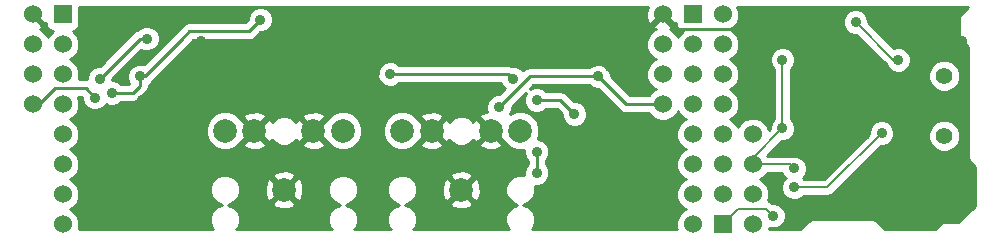
<source format=gbl>
G04 (created by PCBNEW (2013-07-07 BZR 4022)-stable) date 01/09/2014 21:36:03*
%MOIN*%
G04 Gerber Fmt 3.4, Leading zero omitted, Abs format*
%FSLAX34Y34*%
G01*
G70*
G90*
G04 APERTURE LIST*
%ADD10C,0.00590551*%
%ADD11R,0.06X0.06*%
%ADD12C,0.06*%
%ADD13C,0.0787402*%
%ADD14C,0.056*%
%ADD15C,0.035*%
%ADD16C,0.01*%
%ADD17C,0.008*%
G04 APERTURE END LIST*
G54D10*
G54D11*
X80400Y-38875D03*
G54D12*
X80400Y-44875D03*
X80400Y-39875D03*
X80400Y-45875D03*
X80400Y-40875D03*
X80400Y-41875D03*
X80400Y-42875D03*
X80400Y-43875D03*
X79400Y-41875D03*
X79400Y-40875D03*
X79400Y-39875D03*
X79400Y-38875D03*
G54D11*
X81400Y-45875D03*
G54D12*
X81400Y-39875D03*
X81400Y-44875D03*
X81400Y-38875D03*
X81400Y-43875D03*
X81400Y-42875D03*
X81400Y-41875D03*
X81400Y-40875D03*
X82400Y-42875D03*
X82400Y-43875D03*
X82400Y-44875D03*
X82400Y-45875D03*
G54D11*
X59400Y-38875D03*
G54D12*
X59400Y-44875D03*
X59400Y-39875D03*
X59400Y-45875D03*
X59400Y-40875D03*
X59400Y-41875D03*
X59400Y-42875D03*
X59400Y-43875D03*
X58400Y-41875D03*
X58400Y-40875D03*
X58400Y-39875D03*
X58400Y-38875D03*
G54D13*
X73661Y-42755D03*
X71692Y-42755D03*
X74645Y-42755D03*
X70708Y-42755D03*
X72677Y-44724D03*
X67755Y-42755D03*
X65787Y-42755D03*
X68740Y-42755D03*
X64803Y-42755D03*
X66771Y-44724D03*
G54D14*
X88779Y-42929D03*
X88779Y-40929D03*
G54D15*
X62204Y-39685D03*
X60629Y-41023D03*
X87244Y-40393D03*
X85826Y-39133D03*
X83385Y-40393D03*
X83385Y-42677D03*
X83779Y-44015D03*
X65984Y-39055D03*
X61023Y-41496D03*
X60472Y-41653D03*
X61968Y-40944D03*
X73937Y-41968D03*
X77244Y-40944D03*
X83070Y-45590D03*
X83779Y-44645D03*
X86692Y-42834D03*
X64015Y-39763D03*
X63858Y-42047D03*
X82362Y-38897D03*
X62047Y-41732D03*
X75748Y-42283D03*
X69370Y-40944D03*
X73070Y-39921D03*
X77637Y-40629D03*
X77086Y-42755D03*
X86141Y-42913D03*
X89370Y-39763D03*
X87086Y-38818D03*
X83858Y-45354D03*
X87401Y-45354D03*
X70314Y-40866D03*
X74409Y-41023D03*
X75196Y-41732D03*
X76456Y-42204D03*
X75196Y-44173D03*
X75196Y-43464D03*
G54D16*
X61968Y-39685D02*
X62204Y-39685D01*
X60629Y-41023D02*
X61968Y-39685D01*
G54D17*
X87086Y-40393D02*
X87244Y-40393D01*
X85826Y-39133D02*
X87086Y-40393D01*
X83385Y-42677D02*
X83385Y-40393D01*
X82400Y-43875D02*
X82400Y-43662D01*
X82400Y-43662D02*
X83385Y-42677D01*
X83638Y-43875D02*
X82400Y-43875D01*
X83779Y-44015D02*
X83638Y-43875D01*
G54D16*
X63385Y-39685D02*
X63622Y-39448D01*
X65590Y-39448D02*
X65984Y-39055D01*
X63622Y-39448D02*
X65590Y-39448D01*
X61968Y-40944D02*
X62125Y-40944D01*
X62125Y-40944D02*
X63385Y-39685D01*
X58597Y-41875D02*
X59133Y-41338D01*
X59133Y-41338D02*
X60157Y-41338D01*
X60157Y-41338D02*
X60472Y-41653D01*
X58400Y-41875D02*
X58597Y-41875D01*
X61968Y-41259D02*
X61968Y-40944D01*
X61732Y-41496D02*
X61968Y-41259D01*
X61181Y-41496D02*
X61732Y-41496D01*
X61023Y-41496D02*
X61181Y-41496D01*
X75826Y-40944D02*
X77244Y-40944D01*
X74960Y-40944D02*
X75826Y-40944D01*
X73937Y-41968D02*
X74960Y-40944D01*
X78174Y-41875D02*
X79400Y-41875D01*
X77244Y-40944D02*
X78174Y-41875D01*
G54D17*
X81920Y-45354D02*
X81400Y-45875D01*
X82834Y-45354D02*
X81920Y-45354D01*
X83070Y-45590D02*
X82834Y-45354D01*
X84881Y-44645D02*
X83779Y-44645D01*
X86692Y-42834D02*
X84881Y-44645D01*
G54D16*
X79400Y-38875D02*
X79400Y-39006D01*
X81889Y-39370D02*
X82362Y-38897D01*
X79763Y-39370D02*
X81889Y-39370D01*
X79400Y-39006D02*
X79763Y-39370D01*
X74251Y-40866D02*
X70314Y-40866D01*
X74409Y-41023D02*
X74251Y-40866D01*
X75984Y-41732D02*
X75196Y-41732D01*
X76456Y-42204D02*
X75984Y-41732D01*
X75196Y-43464D02*
X75196Y-44173D01*
G54D10*
G36*
X59072Y-39424D02*
X58934Y-39563D01*
X58900Y-39644D01*
X58866Y-39563D01*
X58711Y-39409D01*
X58636Y-39377D01*
X58687Y-39356D01*
X58715Y-39260D01*
X58400Y-38945D01*
X58394Y-38951D01*
X58323Y-38880D01*
X58329Y-38875D01*
X58323Y-38869D01*
X58394Y-38798D01*
X58400Y-38804D01*
X58405Y-38798D01*
X58476Y-38869D01*
X58470Y-38875D01*
X58785Y-39190D01*
X58849Y-39171D01*
X58849Y-39224D01*
X58887Y-39316D01*
X58958Y-39386D01*
X59050Y-39424D01*
X59072Y-39424D01*
X59072Y-39424D01*
G37*
G54D16*
X59072Y-39424D02*
X58934Y-39563D01*
X58900Y-39644D01*
X58866Y-39563D01*
X58711Y-39409D01*
X58636Y-39377D01*
X58687Y-39356D01*
X58715Y-39260D01*
X58400Y-38945D01*
X58394Y-38951D01*
X58323Y-38880D01*
X58329Y-38875D01*
X58323Y-38869D01*
X58394Y-38798D01*
X58400Y-38804D01*
X58405Y-38798D01*
X58476Y-38869D01*
X58470Y-38875D01*
X58785Y-39190D01*
X58849Y-39171D01*
X58849Y-39224D01*
X58887Y-39316D01*
X58958Y-39386D01*
X59050Y-39424D01*
X59072Y-39424D01*
G54D10*
G36*
X80072Y-39424D02*
X79934Y-39563D01*
X79900Y-39644D01*
X79866Y-39563D01*
X79711Y-39409D01*
X79636Y-39377D01*
X79687Y-39356D01*
X79715Y-39260D01*
X79400Y-38945D01*
X79084Y-39260D01*
X79112Y-39356D01*
X79167Y-39375D01*
X79088Y-39408D01*
X78934Y-39563D01*
X78850Y-39765D01*
X78849Y-39983D01*
X78933Y-40186D01*
X79088Y-40340D01*
X79169Y-40374D01*
X79088Y-40408D01*
X78934Y-40563D01*
X78850Y-40765D01*
X78849Y-40983D01*
X78933Y-41186D01*
X79088Y-41340D01*
X79169Y-41374D01*
X79088Y-41408D01*
X78934Y-41563D01*
X78929Y-41575D01*
X78298Y-41575D01*
X77669Y-40945D01*
X77669Y-40860D01*
X77604Y-40704D01*
X77485Y-40584D01*
X77329Y-40519D01*
X77159Y-40519D01*
X77003Y-40584D01*
X76943Y-40644D01*
X75826Y-40644D01*
X74960Y-40644D01*
X74845Y-40667D01*
X74748Y-40732D01*
X74734Y-40747D01*
X74650Y-40663D01*
X74494Y-40598D01*
X74381Y-40598D01*
X74366Y-40588D01*
X74251Y-40566D01*
X70616Y-40566D01*
X70556Y-40506D01*
X70399Y-40441D01*
X70230Y-40441D01*
X70074Y-40505D01*
X69954Y-40625D01*
X69890Y-40781D01*
X69889Y-40950D01*
X69954Y-41106D01*
X70073Y-41226D01*
X70230Y-41291D01*
X70399Y-41291D01*
X70555Y-41226D01*
X70616Y-41166D01*
X74008Y-41166D01*
X74048Y-41264D01*
X74132Y-41348D01*
X73937Y-41543D01*
X73852Y-41543D01*
X73696Y-41607D01*
X73576Y-41727D01*
X73512Y-41883D01*
X73511Y-42052D01*
X73538Y-42116D01*
X73509Y-42117D01*
X73317Y-42197D01*
X73278Y-42302D01*
X73661Y-42685D01*
X73666Y-42679D01*
X73737Y-42750D01*
X73732Y-42755D01*
X74115Y-43138D01*
X74117Y-43138D01*
X74280Y-43301D01*
X74517Y-43399D01*
X74771Y-43399D01*
X74771Y-43548D01*
X74836Y-43704D01*
X74896Y-43765D01*
X74896Y-43872D01*
X74836Y-43932D01*
X74771Y-44088D01*
X74771Y-44239D01*
X74744Y-44228D01*
X74547Y-44228D01*
X74365Y-44303D01*
X74225Y-44443D01*
X74149Y-44625D01*
X74149Y-44822D01*
X74224Y-45005D01*
X74364Y-45144D01*
X74537Y-45216D01*
X74365Y-45287D01*
X74225Y-45427D01*
X74149Y-45609D01*
X74149Y-45806D01*
X74224Y-45989D01*
X74265Y-46029D01*
X74044Y-46029D01*
X74044Y-43209D01*
X73661Y-42826D01*
X73590Y-42897D01*
X73590Y-42755D01*
X73207Y-42372D01*
X73102Y-42411D01*
X73084Y-42461D01*
X72958Y-42335D01*
X72776Y-42259D01*
X72578Y-42259D01*
X72396Y-42335D01*
X72271Y-42459D01*
X72251Y-42411D01*
X72146Y-42372D01*
X72075Y-42443D01*
X72075Y-42302D01*
X72037Y-42197D01*
X71797Y-42107D01*
X71541Y-42117D01*
X71348Y-42197D01*
X71309Y-42302D01*
X71692Y-42685D01*
X72075Y-42302D01*
X72075Y-42443D01*
X71763Y-42755D01*
X72146Y-43138D01*
X72251Y-43100D01*
X72270Y-43050D01*
X72395Y-43176D01*
X72578Y-43251D01*
X72775Y-43252D01*
X72957Y-43176D01*
X73082Y-43052D01*
X73102Y-43100D01*
X73207Y-43138D01*
X73590Y-42755D01*
X73590Y-42897D01*
X73278Y-43209D01*
X73317Y-43314D01*
X73557Y-43403D01*
X73813Y-43394D01*
X74005Y-43314D01*
X74044Y-43209D01*
X74044Y-46029D01*
X73325Y-46029D01*
X73325Y-44828D01*
X73315Y-44572D01*
X73235Y-44380D01*
X73130Y-44341D01*
X73060Y-44412D01*
X73060Y-44270D01*
X73021Y-44165D01*
X72781Y-44076D01*
X72525Y-44085D01*
X72332Y-44165D01*
X72294Y-44270D01*
X72677Y-44653D01*
X73060Y-44270D01*
X73060Y-44412D01*
X72747Y-44724D01*
X73130Y-45107D01*
X73235Y-45068D01*
X73325Y-44828D01*
X73325Y-46029D01*
X73060Y-46029D01*
X73060Y-45178D01*
X72677Y-44795D01*
X72606Y-44865D01*
X72606Y-44724D01*
X72223Y-44341D01*
X72118Y-44380D01*
X72075Y-44494D01*
X72075Y-43209D01*
X71692Y-42826D01*
X71622Y-42897D01*
X71622Y-42755D01*
X71239Y-42372D01*
X71236Y-42373D01*
X71073Y-42210D01*
X70837Y-42112D01*
X70581Y-42112D01*
X70344Y-42209D01*
X70163Y-42390D01*
X70065Y-42627D01*
X70064Y-42883D01*
X70162Y-43120D01*
X70343Y-43301D01*
X70580Y-43399D01*
X70836Y-43399D01*
X71072Y-43301D01*
X71236Y-43138D01*
X71239Y-43138D01*
X71622Y-42755D01*
X71622Y-42897D01*
X71309Y-43209D01*
X71348Y-43314D01*
X71588Y-43403D01*
X71844Y-43394D01*
X72037Y-43314D01*
X72075Y-43209D01*
X72075Y-44494D01*
X72029Y-44620D01*
X72038Y-44876D01*
X72118Y-45068D01*
X72223Y-45107D01*
X72606Y-44724D01*
X72606Y-44865D01*
X72294Y-45178D01*
X72332Y-45283D01*
X72573Y-45372D01*
X72828Y-45362D01*
X73021Y-45283D01*
X73060Y-45178D01*
X73060Y-46029D01*
X71089Y-46029D01*
X71128Y-45990D01*
X71204Y-45807D01*
X71204Y-45610D01*
X71129Y-45428D01*
X70990Y-45288D01*
X70816Y-45216D01*
X70989Y-45145D01*
X71128Y-45005D01*
X71204Y-44823D01*
X71204Y-44626D01*
X71129Y-44443D01*
X70990Y-44304D01*
X70807Y-44228D01*
X70610Y-44228D01*
X70428Y-44303D01*
X70288Y-44443D01*
X70212Y-44625D01*
X70212Y-44822D01*
X70287Y-45005D01*
X70427Y-45144D01*
X70600Y-45216D01*
X70428Y-45287D01*
X70288Y-45427D01*
X70212Y-45609D01*
X70212Y-45806D01*
X70287Y-45989D01*
X70328Y-46029D01*
X69383Y-46029D01*
X69383Y-42628D01*
X69286Y-42391D01*
X69105Y-42210D01*
X68868Y-42112D01*
X68612Y-42112D01*
X68376Y-42209D01*
X68211Y-42373D01*
X68209Y-42372D01*
X68138Y-42443D01*
X68138Y-42302D01*
X68100Y-42197D01*
X67860Y-42107D01*
X67604Y-42117D01*
X67411Y-42197D01*
X67372Y-42302D01*
X67755Y-42685D01*
X68138Y-42302D01*
X68138Y-42443D01*
X67826Y-42755D01*
X68209Y-43138D01*
X68212Y-43138D01*
X68375Y-43301D01*
X68611Y-43399D01*
X68867Y-43399D01*
X69104Y-43301D01*
X69285Y-43121D01*
X69383Y-42884D01*
X69383Y-42628D01*
X69383Y-46029D01*
X69120Y-46029D01*
X69160Y-45990D01*
X69236Y-45807D01*
X69236Y-45610D01*
X69160Y-45428D01*
X69021Y-45288D01*
X68848Y-45216D01*
X69020Y-45145D01*
X69160Y-45005D01*
X69236Y-44823D01*
X69236Y-44626D01*
X69160Y-44443D01*
X69021Y-44304D01*
X68839Y-44228D01*
X68641Y-44228D01*
X68459Y-44303D01*
X68319Y-44443D01*
X68244Y-44625D01*
X68244Y-44822D01*
X68319Y-45005D01*
X68458Y-45144D01*
X68631Y-45216D01*
X68459Y-45287D01*
X68319Y-45427D01*
X68244Y-45609D01*
X68244Y-45806D01*
X68319Y-45989D01*
X68359Y-46029D01*
X68138Y-46029D01*
X68138Y-43209D01*
X67755Y-42826D01*
X67685Y-42897D01*
X67685Y-42755D01*
X67302Y-42372D01*
X67197Y-42411D01*
X67178Y-42461D01*
X67053Y-42335D01*
X66870Y-42259D01*
X66673Y-42259D01*
X66491Y-42335D01*
X66366Y-42459D01*
X66346Y-42411D01*
X66241Y-42372D01*
X66170Y-42443D01*
X66170Y-42302D01*
X66131Y-42197D01*
X65891Y-42107D01*
X65635Y-42117D01*
X65443Y-42197D01*
X65404Y-42302D01*
X65787Y-42685D01*
X66170Y-42302D01*
X66170Y-42443D01*
X65858Y-42755D01*
X66241Y-43138D01*
X66346Y-43100D01*
X66364Y-43050D01*
X66490Y-43176D01*
X66672Y-43251D01*
X66869Y-43252D01*
X67052Y-43176D01*
X67177Y-43052D01*
X67197Y-43100D01*
X67302Y-43138D01*
X67685Y-42755D01*
X67685Y-42897D01*
X67372Y-43209D01*
X67411Y-43314D01*
X67651Y-43403D01*
X67907Y-43394D01*
X68100Y-43314D01*
X68138Y-43209D01*
X68138Y-46029D01*
X67419Y-46029D01*
X67419Y-44828D01*
X67410Y-44572D01*
X67330Y-44380D01*
X67225Y-44341D01*
X67154Y-44412D01*
X67154Y-44270D01*
X67115Y-44165D01*
X66875Y-44076D01*
X66619Y-44085D01*
X66427Y-44165D01*
X66388Y-44270D01*
X66771Y-44653D01*
X67154Y-44270D01*
X67154Y-44412D01*
X66842Y-44724D01*
X67225Y-45107D01*
X67330Y-45068D01*
X67419Y-44828D01*
X67419Y-46029D01*
X67154Y-46029D01*
X67154Y-45178D01*
X66771Y-44795D01*
X66700Y-44865D01*
X66700Y-44724D01*
X66317Y-44341D01*
X66212Y-44380D01*
X66170Y-44494D01*
X66170Y-43209D01*
X65787Y-42826D01*
X65716Y-42897D01*
X65716Y-42755D01*
X65333Y-42372D01*
X65331Y-42373D01*
X65168Y-42210D01*
X64931Y-42112D01*
X64675Y-42112D01*
X64438Y-42209D01*
X64257Y-42390D01*
X64159Y-42627D01*
X64159Y-42883D01*
X64257Y-43120D01*
X64438Y-43301D01*
X64674Y-43399D01*
X64930Y-43399D01*
X65167Y-43301D01*
X65331Y-43138D01*
X65333Y-43138D01*
X65716Y-42755D01*
X65716Y-42897D01*
X65404Y-43209D01*
X65443Y-43314D01*
X65683Y-43403D01*
X65939Y-43394D01*
X66131Y-43314D01*
X66170Y-43209D01*
X66170Y-44494D01*
X66123Y-44620D01*
X66133Y-44876D01*
X66212Y-45068D01*
X66317Y-45107D01*
X66700Y-44724D01*
X66700Y-44865D01*
X66388Y-45178D01*
X66427Y-45283D01*
X66667Y-45372D01*
X66923Y-45362D01*
X67115Y-45283D01*
X67154Y-45178D01*
X67154Y-46029D01*
X65183Y-46029D01*
X65223Y-45990D01*
X65299Y-45807D01*
X65299Y-45610D01*
X65223Y-45428D01*
X65084Y-45288D01*
X64911Y-45216D01*
X65083Y-45145D01*
X65223Y-45005D01*
X65299Y-44823D01*
X65299Y-44626D01*
X65223Y-44443D01*
X65084Y-44304D01*
X64902Y-44228D01*
X64704Y-44228D01*
X64522Y-44303D01*
X64382Y-44443D01*
X64307Y-44625D01*
X64307Y-44822D01*
X64382Y-45005D01*
X64521Y-45144D01*
X64694Y-45216D01*
X64522Y-45287D01*
X64382Y-45427D01*
X64307Y-45609D01*
X64307Y-45806D01*
X64382Y-45989D01*
X64422Y-46029D01*
X59931Y-46029D01*
X59949Y-45984D01*
X59950Y-45766D01*
X59866Y-45563D01*
X59711Y-45409D01*
X59630Y-45375D01*
X59711Y-45341D01*
X59865Y-45186D01*
X59949Y-44984D01*
X59950Y-44766D01*
X59866Y-44563D01*
X59711Y-44409D01*
X59630Y-44375D01*
X59711Y-44341D01*
X59865Y-44186D01*
X59949Y-43984D01*
X59950Y-43766D01*
X59866Y-43563D01*
X59711Y-43409D01*
X59630Y-43375D01*
X59711Y-43341D01*
X59865Y-43186D01*
X59949Y-42984D01*
X59950Y-42766D01*
X59866Y-42563D01*
X59711Y-42409D01*
X59630Y-42375D01*
X59711Y-42341D01*
X59865Y-42186D01*
X59949Y-41984D01*
X59950Y-41766D01*
X59897Y-41638D01*
X60033Y-41638D01*
X60047Y-41652D01*
X60047Y-41737D01*
X60111Y-41893D01*
X60231Y-42013D01*
X60387Y-42078D01*
X60556Y-42078D01*
X60712Y-42014D01*
X60832Y-41894D01*
X60838Y-41879D01*
X60938Y-41920D01*
X61107Y-41921D01*
X61264Y-41856D01*
X61324Y-41796D01*
X61732Y-41796D01*
X61732Y-41796D01*
X61847Y-41773D01*
X61847Y-41773D01*
X61944Y-41708D01*
X62180Y-41471D01*
X62245Y-41374D01*
X62268Y-41259D01*
X62268Y-41259D01*
X62268Y-41245D01*
X62328Y-41185D01*
X62342Y-41152D01*
X63597Y-39897D01*
X63597Y-39897D01*
X63597Y-39897D01*
X63746Y-39748D01*
X65590Y-39748D01*
X65590Y-39748D01*
X65705Y-39725D01*
X65705Y-39725D01*
X65802Y-39660D01*
X65983Y-39480D01*
X66068Y-39480D01*
X66224Y-39415D01*
X66344Y-39296D01*
X66409Y-39140D01*
X66409Y-38970D01*
X66344Y-38814D01*
X66225Y-38695D01*
X66069Y-38630D01*
X65900Y-38630D01*
X65743Y-38694D01*
X65624Y-38814D01*
X65559Y-38970D01*
X65559Y-39055D01*
X65466Y-39148D01*
X63622Y-39148D01*
X63507Y-39171D01*
X63409Y-39236D01*
X63173Y-39472D01*
X63173Y-39472D01*
X62105Y-40541D01*
X62053Y-40519D01*
X61884Y-40519D01*
X61728Y-40584D01*
X61608Y-40703D01*
X61543Y-40859D01*
X61543Y-41029D01*
X61607Y-41185D01*
X61613Y-41190D01*
X61608Y-41196D01*
X61324Y-41196D01*
X61264Y-41135D01*
X61108Y-41071D01*
X61054Y-41071D01*
X61054Y-41022D01*
X62012Y-40065D01*
X62119Y-40109D01*
X62288Y-40110D01*
X62445Y-40045D01*
X62564Y-39926D01*
X62629Y-39769D01*
X62629Y-39600D01*
X62565Y-39444D01*
X62445Y-39324D01*
X62289Y-39260D01*
X62120Y-39259D01*
X61964Y-39324D01*
X61887Y-39401D01*
X61887Y-39401D01*
X61853Y-39407D01*
X61756Y-39472D01*
X60630Y-40598D01*
X60545Y-40598D01*
X60389Y-40663D01*
X60269Y-40782D01*
X60204Y-40938D01*
X60204Y-41048D01*
X60157Y-41038D01*
X59927Y-41038D01*
X59949Y-40984D01*
X59950Y-40766D01*
X59866Y-40563D01*
X59711Y-40409D01*
X59630Y-40375D01*
X59711Y-40341D01*
X59865Y-40186D01*
X59949Y-39984D01*
X59950Y-39766D01*
X59866Y-39563D01*
X59727Y-39425D01*
X59749Y-39425D01*
X59841Y-39387D01*
X59911Y-39316D01*
X59949Y-39224D01*
X59950Y-39125D01*
X59950Y-38616D01*
X78908Y-38616D01*
X78845Y-38793D01*
X78856Y-39011D01*
X78918Y-39162D01*
X79014Y-39190D01*
X79329Y-38875D01*
X79323Y-38869D01*
X79394Y-38798D01*
X79400Y-38804D01*
X79405Y-38798D01*
X79476Y-38869D01*
X79470Y-38875D01*
X79785Y-39190D01*
X79849Y-39171D01*
X79849Y-39224D01*
X79887Y-39316D01*
X79958Y-39386D01*
X80050Y-39424D01*
X80072Y-39424D01*
X80072Y-39424D01*
G37*
G54D16*
X80072Y-39424D02*
X79934Y-39563D01*
X79900Y-39644D01*
X79866Y-39563D01*
X79711Y-39409D01*
X79636Y-39377D01*
X79687Y-39356D01*
X79715Y-39260D01*
X79400Y-38945D01*
X79084Y-39260D01*
X79112Y-39356D01*
X79167Y-39375D01*
X79088Y-39408D01*
X78934Y-39563D01*
X78850Y-39765D01*
X78849Y-39983D01*
X78933Y-40186D01*
X79088Y-40340D01*
X79169Y-40374D01*
X79088Y-40408D01*
X78934Y-40563D01*
X78850Y-40765D01*
X78849Y-40983D01*
X78933Y-41186D01*
X79088Y-41340D01*
X79169Y-41374D01*
X79088Y-41408D01*
X78934Y-41563D01*
X78929Y-41575D01*
X78298Y-41575D01*
X77669Y-40945D01*
X77669Y-40860D01*
X77604Y-40704D01*
X77485Y-40584D01*
X77329Y-40519D01*
X77159Y-40519D01*
X77003Y-40584D01*
X76943Y-40644D01*
X75826Y-40644D01*
X74960Y-40644D01*
X74845Y-40667D01*
X74748Y-40732D01*
X74734Y-40747D01*
X74650Y-40663D01*
X74494Y-40598D01*
X74381Y-40598D01*
X74366Y-40588D01*
X74251Y-40566D01*
X70616Y-40566D01*
X70556Y-40506D01*
X70399Y-40441D01*
X70230Y-40441D01*
X70074Y-40505D01*
X69954Y-40625D01*
X69890Y-40781D01*
X69889Y-40950D01*
X69954Y-41106D01*
X70073Y-41226D01*
X70230Y-41291D01*
X70399Y-41291D01*
X70555Y-41226D01*
X70616Y-41166D01*
X74008Y-41166D01*
X74048Y-41264D01*
X74132Y-41348D01*
X73937Y-41543D01*
X73852Y-41543D01*
X73696Y-41607D01*
X73576Y-41727D01*
X73512Y-41883D01*
X73511Y-42052D01*
X73538Y-42116D01*
X73509Y-42117D01*
X73317Y-42197D01*
X73278Y-42302D01*
X73661Y-42685D01*
X73666Y-42679D01*
X73737Y-42750D01*
X73732Y-42755D01*
X74115Y-43138D01*
X74117Y-43138D01*
X74280Y-43301D01*
X74517Y-43399D01*
X74771Y-43399D01*
X74771Y-43548D01*
X74836Y-43704D01*
X74896Y-43765D01*
X74896Y-43872D01*
X74836Y-43932D01*
X74771Y-44088D01*
X74771Y-44239D01*
X74744Y-44228D01*
X74547Y-44228D01*
X74365Y-44303D01*
X74225Y-44443D01*
X74149Y-44625D01*
X74149Y-44822D01*
X74224Y-45005D01*
X74364Y-45144D01*
X74537Y-45216D01*
X74365Y-45287D01*
X74225Y-45427D01*
X74149Y-45609D01*
X74149Y-45806D01*
X74224Y-45989D01*
X74265Y-46029D01*
X74044Y-46029D01*
X74044Y-43209D01*
X73661Y-42826D01*
X73590Y-42897D01*
X73590Y-42755D01*
X73207Y-42372D01*
X73102Y-42411D01*
X73084Y-42461D01*
X72958Y-42335D01*
X72776Y-42259D01*
X72578Y-42259D01*
X72396Y-42335D01*
X72271Y-42459D01*
X72251Y-42411D01*
X72146Y-42372D01*
X72075Y-42443D01*
X72075Y-42302D01*
X72037Y-42197D01*
X71797Y-42107D01*
X71541Y-42117D01*
X71348Y-42197D01*
X71309Y-42302D01*
X71692Y-42685D01*
X72075Y-42302D01*
X72075Y-42443D01*
X71763Y-42755D01*
X72146Y-43138D01*
X72251Y-43100D01*
X72270Y-43050D01*
X72395Y-43176D01*
X72578Y-43251D01*
X72775Y-43252D01*
X72957Y-43176D01*
X73082Y-43052D01*
X73102Y-43100D01*
X73207Y-43138D01*
X73590Y-42755D01*
X73590Y-42897D01*
X73278Y-43209D01*
X73317Y-43314D01*
X73557Y-43403D01*
X73813Y-43394D01*
X74005Y-43314D01*
X74044Y-43209D01*
X74044Y-46029D01*
X73325Y-46029D01*
X73325Y-44828D01*
X73315Y-44572D01*
X73235Y-44380D01*
X73130Y-44341D01*
X73060Y-44412D01*
X73060Y-44270D01*
X73021Y-44165D01*
X72781Y-44076D01*
X72525Y-44085D01*
X72332Y-44165D01*
X72294Y-44270D01*
X72677Y-44653D01*
X73060Y-44270D01*
X73060Y-44412D01*
X72747Y-44724D01*
X73130Y-45107D01*
X73235Y-45068D01*
X73325Y-44828D01*
X73325Y-46029D01*
X73060Y-46029D01*
X73060Y-45178D01*
X72677Y-44795D01*
X72606Y-44865D01*
X72606Y-44724D01*
X72223Y-44341D01*
X72118Y-44380D01*
X72075Y-44494D01*
X72075Y-43209D01*
X71692Y-42826D01*
X71622Y-42897D01*
X71622Y-42755D01*
X71239Y-42372D01*
X71236Y-42373D01*
X71073Y-42210D01*
X70837Y-42112D01*
X70581Y-42112D01*
X70344Y-42209D01*
X70163Y-42390D01*
X70065Y-42627D01*
X70064Y-42883D01*
X70162Y-43120D01*
X70343Y-43301D01*
X70580Y-43399D01*
X70836Y-43399D01*
X71072Y-43301D01*
X71236Y-43138D01*
X71239Y-43138D01*
X71622Y-42755D01*
X71622Y-42897D01*
X71309Y-43209D01*
X71348Y-43314D01*
X71588Y-43403D01*
X71844Y-43394D01*
X72037Y-43314D01*
X72075Y-43209D01*
X72075Y-44494D01*
X72029Y-44620D01*
X72038Y-44876D01*
X72118Y-45068D01*
X72223Y-45107D01*
X72606Y-44724D01*
X72606Y-44865D01*
X72294Y-45178D01*
X72332Y-45283D01*
X72573Y-45372D01*
X72828Y-45362D01*
X73021Y-45283D01*
X73060Y-45178D01*
X73060Y-46029D01*
X71089Y-46029D01*
X71128Y-45990D01*
X71204Y-45807D01*
X71204Y-45610D01*
X71129Y-45428D01*
X70990Y-45288D01*
X70816Y-45216D01*
X70989Y-45145D01*
X71128Y-45005D01*
X71204Y-44823D01*
X71204Y-44626D01*
X71129Y-44443D01*
X70990Y-44304D01*
X70807Y-44228D01*
X70610Y-44228D01*
X70428Y-44303D01*
X70288Y-44443D01*
X70212Y-44625D01*
X70212Y-44822D01*
X70287Y-45005D01*
X70427Y-45144D01*
X70600Y-45216D01*
X70428Y-45287D01*
X70288Y-45427D01*
X70212Y-45609D01*
X70212Y-45806D01*
X70287Y-45989D01*
X70328Y-46029D01*
X69383Y-46029D01*
X69383Y-42628D01*
X69286Y-42391D01*
X69105Y-42210D01*
X68868Y-42112D01*
X68612Y-42112D01*
X68376Y-42209D01*
X68211Y-42373D01*
X68209Y-42372D01*
X68138Y-42443D01*
X68138Y-42302D01*
X68100Y-42197D01*
X67860Y-42107D01*
X67604Y-42117D01*
X67411Y-42197D01*
X67372Y-42302D01*
X67755Y-42685D01*
X68138Y-42302D01*
X68138Y-42443D01*
X67826Y-42755D01*
X68209Y-43138D01*
X68212Y-43138D01*
X68375Y-43301D01*
X68611Y-43399D01*
X68867Y-43399D01*
X69104Y-43301D01*
X69285Y-43121D01*
X69383Y-42884D01*
X69383Y-42628D01*
X69383Y-46029D01*
X69120Y-46029D01*
X69160Y-45990D01*
X69236Y-45807D01*
X69236Y-45610D01*
X69160Y-45428D01*
X69021Y-45288D01*
X68848Y-45216D01*
X69020Y-45145D01*
X69160Y-45005D01*
X69236Y-44823D01*
X69236Y-44626D01*
X69160Y-44443D01*
X69021Y-44304D01*
X68839Y-44228D01*
X68641Y-44228D01*
X68459Y-44303D01*
X68319Y-44443D01*
X68244Y-44625D01*
X68244Y-44822D01*
X68319Y-45005D01*
X68458Y-45144D01*
X68631Y-45216D01*
X68459Y-45287D01*
X68319Y-45427D01*
X68244Y-45609D01*
X68244Y-45806D01*
X68319Y-45989D01*
X68359Y-46029D01*
X68138Y-46029D01*
X68138Y-43209D01*
X67755Y-42826D01*
X67685Y-42897D01*
X67685Y-42755D01*
X67302Y-42372D01*
X67197Y-42411D01*
X67178Y-42461D01*
X67053Y-42335D01*
X66870Y-42259D01*
X66673Y-42259D01*
X66491Y-42335D01*
X66366Y-42459D01*
X66346Y-42411D01*
X66241Y-42372D01*
X66170Y-42443D01*
X66170Y-42302D01*
X66131Y-42197D01*
X65891Y-42107D01*
X65635Y-42117D01*
X65443Y-42197D01*
X65404Y-42302D01*
X65787Y-42685D01*
X66170Y-42302D01*
X66170Y-42443D01*
X65858Y-42755D01*
X66241Y-43138D01*
X66346Y-43100D01*
X66364Y-43050D01*
X66490Y-43176D01*
X66672Y-43251D01*
X66869Y-43252D01*
X67052Y-43176D01*
X67177Y-43052D01*
X67197Y-43100D01*
X67302Y-43138D01*
X67685Y-42755D01*
X67685Y-42897D01*
X67372Y-43209D01*
X67411Y-43314D01*
X67651Y-43403D01*
X67907Y-43394D01*
X68100Y-43314D01*
X68138Y-43209D01*
X68138Y-46029D01*
X67419Y-46029D01*
X67419Y-44828D01*
X67410Y-44572D01*
X67330Y-44380D01*
X67225Y-44341D01*
X67154Y-44412D01*
X67154Y-44270D01*
X67115Y-44165D01*
X66875Y-44076D01*
X66619Y-44085D01*
X66427Y-44165D01*
X66388Y-44270D01*
X66771Y-44653D01*
X67154Y-44270D01*
X67154Y-44412D01*
X66842Y-44724D01*
X67225Y-45107D01*
X67330Y-45068D01*
X67419Y-44828D01*
X67419Y-46029D01*
X67154Y-46029D01*
X67154Y-45178D01*
X66771Y-44795D01*
X66700Y-44865D01*
X66700Y-44724D01*
X66317Y-44341D01*
X66212Y-44380D01*
X66170Y-44494D01*
X66170Y-43209D01*
X65787Y-42826D01*
X65716Y-42897D01*
X65716Y-42755D01*
X65333Y-42372D01*
X65331Y-42373D01*
X65168Y-42210D01*
X64931Y-42112D01*
X64675Y-42112D01*
X64438Y-42209D01*
X64257Y-42390D01*
X64159Y-42627D01*
X64159Y-42883D01*
X64257Y-43120D01*
X64438Y-43301D01*
X64674Y-43399D01*
X64930Y-43399D01*
X65167Y-43301D01*
X65331Y-43138D01*
X65333Y-43138D01*
X65716Y-42755D01*
X65716Y-42897D01*
X65404Y-43209D01*
X65443Y-43314D01*
X65683Y-43403D01*
X65939Y-43394D01*
X66131Y-43314D01*
X66170Y-43209D01*
X66170Y-44494D01*
X66123Y-44620D01*
X66133Y-44876D01*
X66212Y-45068D01*
X66317Y-45107D01*
X66700Y-44724D01*
X66700Y-44865D01*
X66388Y-45178D01*
X66427Y-45283D01*
X66667Y-45372D01*
X66923Y-45362D01*
X67115Y-45283D01*
X67154Y-45178D01*
X67154Y-46029D01*
X65183Y-46029D01*
X65223Y-45990D01*
X65299Y-45807D01*
X65299Y-45610D01*
X65223Y-45428D01*
X65084Y-45288D01*
X64911Y-45216D01*
X65083Y-45145D01*
X65223Y-45005D01*
X65299Y-44823D01*
X65299Y-44626D01*
X65223Y-44443D01*
X65084Y-44304D01*
X64902Y-44228D01*
X64704Y-44228D01*
X64522Y-44303D01*
X64382Y-44443D01*
X64307Y-44625D01*
X64307Y-44822D01*
X64382Y-45005D01*
X64521Y-45144D01*
X64694Y-45216D01*
X64522Y-45287D01*
X64382Y-45427D01*
X64307Y-45609D01*
X64307Y-45806D01*
X64382Y-45989D01*
X64422Y-46029D01*
X59931Y-46029D01*
X59949Y-45984D01*
X59950Y-45766D01*
X59866Y-45563D01*
X59711Y-45409D01*
X59630Y-45375D01*
X59711Y-45341D01*
X59865Y-45186D01*
X59949Y-44984D01*
X59950Y-44766D01*
X59866Y-44563D01*
X59711Y-44409D01*
X59630Y-44375D01*
X59711Y-44341D01*
X59865Y-44186D01*
X59949Y-43984D01*
X59950Y-43766D01*
X59866Y-43563D01*
X59711Y-43409D01*
X59630Y-43375D01*
X59711Y-43341D01*
X59865Y-43186D01*
X59949Y-42984D01*
X59950Y-42766D01*
X59866Y-42563D01*
X59711Y-42409D01*
X59630Y-42375D01*
X59711Y-42341D01*
X59865Y-42186D01*
X59949Y-41984D01*
X59950Y-41766D01*
X59897Y-41638D01*
X60033Y-41638D01*
X60047Y-41652D01*
X60047Y-41737D01*
X60111Y-41893D01*
X60231Y-42013D01*
X60387Y-42078D01*
X60556Y-42078D01*
X60712Y-42014D01*
X60832Y-41894D01*
X60838Y-41879D01*
X60938Y-41920D01*
X61107Y-41921D01*
X61264Y-41856D01*
X61324Y-41796D01*
X61732Y-41796D01*
X61732Y-41796D01*
X61847Y-41773D01*
X61847Y-41773D01*
X61944Y-41708D01*
X62180Y-41471D01*
X62245Y-41374D01*
X62268Y-41259D01*
X62268Y-41259D01*
X62268Y-41245D01*
X62328Y-41185D01*
X62342Y-41152D01*
X63597Y-39897D01*
X63597Y-39897D01*
X63597Y-39897D01*
X63746Y-39748D01*
X65590Y-39748D01*
X65590Y-39748D01*
X65705Y-39725D01*
X65705Y-39725D01*
X65802Y-39660D01*
X65983Y-39480D01*
X66068Y-39480D01*
X66224Y-39415D01*
X66344Y-39296D01*
X66409Y-39140D01*
X66409Y-38970D01*
X66344Y-38814D01*
X66225Y-38695D01*
X66069Y-38630D01*
X65900Y-38630D01*
X65743Y-38694D01*
X65624Y-38814D01*
X65559Y-38970D01*
X65559Y-39055D01*
X65466Y-39148D01*
X63622Y-39148D01*
X63507Y-39171D01*
X63409Y-39236D01*
X63173Y-39472D01*
X63173Y-39472D01*
X62105Y-40541D01*
X62053Y-40519D01*
X61884Y-40519D01*
X61728Y-40584D01*
X61608Y-40703D01*
X61543Y-40859D01*
X61543Y-41029D01*
X61607Y-41185D01*
X61613Y-41190D01*
X61608Y-41196D01*
X61324Y-41196D01*
X61264Y-41135D01*
X61108Y-41071D01*
X61054Y-41071D01*
X61054Y-41022D01*
X62012Y-40065D01*
X62119Y-40109D01*
X62288Y-40110D01*
X62445Y-40045D01*
X62564Y-39926D01*
X62629Y-39769D01*
X62629Y-39600D01*
X62565Y-39444D01*
X62445Y-39324D01*
X62289Y-39260D01*
X62120Y-39259D01*
X61964Y-39324D01*
X61887Y-39401D01*
X61887Y-39401D01*
X61853Y-39407D01*
X61756Y-39472D01*
X60630Y-40598D01*
X60545Y-40598D01*
X60389Y-40663D01*
X60269Y-40782D01*
X60204Y-40938D01*
X60204Y-41048D01*
X60157Y-41038D01*
X59927Y-41038D01*
X59949Y-40984D01*
X59950Y-40766D01*
X59866Y-40563D01*
X59711Y-40409D01*
X59630Y-40375D01*
X59711Y-40341D01*
X59865Y-40186D01*
X59949Y-39984D01*
X59950Y-39766D01*
X59866Y-39563D01*
X59727Y-39425D01*
X59749Y-39425D01*
X59841Y-39387D01*
X59911Y-39316D01*
X59949Y-39224D01*
X59950Y-39125D01*
X59950Y-38616D01*
X78908Y-38616D01*
X78845Y-38793D01*
X78856Y-39011D01*
X78918Y-39162D01*
X79014Y-39190D01*
X79329Y-38875D01*
X79323Y-38869D01*
X79394Y-38798D01*
X79400Y-38804D01*
X79405Y-38798D01*
X79476Y-38869D01*
X79470Y-38875D01*
X79785Y-39190D01*
X79849Y-39171D01*
X79849Y-39224D01*
X79887Y-39316D01*
X79958Y-39386D01*
X80050Y-39424D01*
X80072Y-39424D01*
G54D10*
G36*
X80169Y-45374D02*
X80088Y-45408D01*
X79934Y-45563D01*
X79850Y-45765D01*
X79849Y-45983D01*
X79868Y-46029D01*
X75026Y-46029D01*
X75065Y-45990D01*
X75141Y-45807D01*
X75141Y-45610D01*
X75066Y-45428D01*
X74927Y-45288D01*
X74753Y-45216D01*
X74926Y-45145D01*
X75065Y-45005D01*
X75141Y-44823D01*
X75141Y-44626D01*
X75130Y-44598D01*
X75281Y-44598D01*
X75437Y-44533D01*
X75556Y-44414D01*
X75621Y-44258D01*
X75621Y-44089D01*
X75557Y-43932D01*
X75496Y-43872D01*
X75496Y-43765D01*
X75556Y-43705D01*
X75621Y-43549D01*
X75621Y-43380D01*
X75557Y-43224D01*
X75437Y-43104D01*
X75281Y-43039D01*
X75224Y-43039D01*
X75289Y-42884D01*
X75289Y-42628D01*
X75191Y-42391D01*
X75010Y-42210D01*
X74774Y-42112D01*
X74518Y-42112D01*
X74300Y-42202D01*
X74361Y-42053D01*
X74362Y-41967D01*
X74835Y-41494D01*
X74771Y-41647D01*
X74771Y-41816D01*
X74836Y-41972D01*
X74955Y-42092D01*
X75111Y-42157D01*
X75281Y-42157D01*
X75437Y-42092D01*
X75497Y-42032D01*
X75859Y-42032D01*
X76031Y-42203D01*
X76031Y-42288D01*
X76096Y-42445D01*
X76215Y-42564D01*
X76371Y-42629D01*
X76540Y-42629D01*
X76697Y-42565D01*
X76816Y-42445D01*
X76881Y-42289D01*
X76881Y-42120D01*
X76817Y-41964D01*
X76697Y-41844D01*
X76541Y-41779D01*
X76455Y-41779D01*
X76196Y-41520D01*
X76099Y-41455D01*
X75984Y-41432D01*
X75497Y-41432D01*
X75437Y-41372D01*
X75281Y-41307D01*
X75112Y-41307D01*
X74959Y-41370D01*
X75084Y-41244D01*
X75826Y-41244D01*
X76943Y-41244D01*
X77003Y-41304D01*
X77159Y-41369D01*
X77244Y-41369D01*
X77962Y-42087D01*
X77962Y-42087D01*
X78059Y-42152D01*
X78174Y-42175D01*
X78928Y-42175D01*
X78933Y-42186D01*
X79088Y-42340D01*
X79290Y-42424D01*
X79508Y-42425D01*
X79711Y-42341D01*
X79865Y-42186D01*
X79899Y-42105D01*
X79933Y-42186D01*
X80088Y-42340D01*
X80169Y-42374D01*
X80088Y-42408D01*
X79934Y-42563D01*
X79850Y-42765D01*
X79849Y-42983D01*
X79933Y-43186D01*
X80088Y-43340D01*
X80169Y-43374D01*
X80088Y-43408D01*
X79934Y-43563D01*
X79850Y-43765D01*
X79849Y-43983D01*
X79933Y-44186D01*
X80088Y-44340D01*
X80169Y-44374D01*
X80088Y-44408D01*
X79934Y-44563D01*
X79850Y-44765D01*
X79849Y-44983D01*
X79933Y-45186D01*
X80088Y-45340D01*
X80169Y-45374D01*
X80169Y-45374D01*
G37*
G54D16*
X80169Y-45374D02*
X80088Y-45408D01*
X79934Y-45563D01*
X79850Y-45765D01*
X79849Y-45983D01*
X79868Y-46029D01*
X75026Y-46029D01*
X75065Y-45990D01*
X75141Y-45807D01*
X75141Y-45610D01*
X75066Y-45428D01*
X74927Y-45288D01*
X74753Y-45216D01*
X74926Y-45145D01*
X75065Y-45005D01*
X75141Y-44823D01*
X75141Y-44626D01*
X75130Y-44598D01*
X75281Y-44598D01*
X75437Y-44533D01*
X75556Y-44414D01*
X75621Y-44258D01*
X75621Y-44089D01*
X75557Y-43932D01*
X75496Y-43872D01*
X75496Y-43765D01*
X75556Y-43705D01*
X75621Y-43549D01*
X75621Y-43380D01*
X75557Y-43224D01*
X75437Y-43104D01*
X75281Y-43039D01*
X75224Y-43039D01*
X75289Y-42884D01*
X75289Y-42628D01*
X75191Y-42391D01*
X75010Y-42210D01*
X74774Y-42112D01*
X74518Y-42112D01*
X74300Y-42202D01*
X74361Y-42053D01*
X74362Y-41967D01*
X74835Y-41494D01*
X74771Y-41647D01*
X74771Y-41816D01*
X74836Y-41972D01*
X74955Y-42092D01*
X75111Y-42157D01*
X75281Y-42157D01*
X75437Y-42092D01*
X75497Y-42032D01*
X75859Y-42032D01*
X76031Y-42203D01*
X76031Y-42288D01*
X76096Y-42445D01*
X76215Y-42564D01*
X76371Y-42629D01*
X76540Y-42629D01*
X76697Y-42565D01*
X76816Y-42445D01*
X76881Y-42289D01*
X76881Y-42120D01*
X76817Y-41964D01*
X76697Y-41844D01*
X76541Y-41779D01*
X76455Y-41779D01*
X76196Y-41520D01*
X76099Y-41455D01*
X75984Y-41432D01*
X75497Y-41432D01*
X75437Y-41372D01*
X75281Y-41307D01*
X75112Y-41307D01*
X74959Y-41370D01*
X75084Y-41244D01*
X75826Y-41244D01*
X76943Y-41244D01*
X77003Y-41304D01*
X77159Y-41369D01*
X77244Y-41369D01*
X77962Y-42087D01*
X77962Y-42087D01*
X78059Y-42152D01*
X78174Y-42175D01*
X78928Y-42175D01*
X78933Y-42186D01*
X79088Y-42340D01*
X79290Y-42424D01*
X79508Y-42425D01*
X79711Y-42341D01*
X79865Y-42186D01*
X79899Y-42105D01*
X79933Y-42186D01*
X80088Y-42340D01*
X80169Y-42374D01*
X80088Y-42408D01*
X79934Y-42563D01*
X79850Y-42765D01*
X79849Y-42983D01*
X79933Y-43186D01*
X80088Y-43340D01*
X80169Y-43374D01*
X80088Y-43408D01*
X79934Y-43563D01*
X79850Y-43765D01*
X79849Y-43983D01*
X79933Y-44186D01*
X80088Y-44340D01*
X80169Y-44374D01*
X80088Y-44408D01*
X79934Y-44563D01*
X79850Y-44765D01*
X79849Y-44983D01*
X79933Y-45186D01*
X80088Y-45340D01*
X80169Y-45374D01*
G54D10*
G36*
X82476Y-45880D02*
X82405Y-45951D01*
X82400Y-45945D01*
X82394Y-45951D01*
X82323Y-45880D01*
X82329Y-45875D01*
X82323Y-45869D01*
X82394Y-45798D01*
X82400Y-45804D01*
X82405Y-45798D01*
X82476Y-45869D01*
X82470Y-45875D01*
X82476Y-45880D01*
X82476Y-45880D01*
G37*
G54D16*
X82476Y-45880D02*
X82405Y-45951D01*
X82400Y-45945D01*
X82394Y-45951D01*
X82323Y-45880D01*
X82329Y-45875D01*
X82323Y-45869D01*
X82394Y-45798D01*
X82400Y-45804D01*
X82405Y-45798D01*
X82476Y-45869D01*
X82470Y-45875D01*
X82476Y-45880D01*
G54D10*
G36*
X89792Y-45259D02*
X89730Y-45321D01*
X89730Y-45321D01*
X89730Y-45321D01*
X89309Y-45742D01*
X89309Y-42824D01*
X89309Y-40824D01*
X89229Y-40629D01*
X89080Y-40480D01*
X88885Y-40399D01*
X88674Y-40399D01*
X88479Y-40479D01*
X88330Y-40628D01*
X88249Y-40823D01*
X88249Y-41034D01*
X88329Y-41228D01*
X88478Y-41378D01*
X88673Y-41459D01*
X88884Y-41459D01*
X89079Y-41378D01*
X89228Y-41229D01*
X89309Y-41035D01*
X89309Y-40824D01*
X89309Y-42824D01*
X89229Y-42629D01*
X89080Y-42480D01*
X88885Y-42399D01*
X88674Y-42399D01*
X88479Y-42479D01*
X88330Y-42628D01*
X88249Y-42823D01*
X88249Y-43034D01*
X88329Y-43228D01*
X88478Y-43378D01*
X88673Y-43459D01*
X88884Y-43459D01*
X89079Y-43378D01*
X89228Y-43229D01*
X89309Y-43035D01*
X89309Y-42824D01*
X89309Y-45742D01*
X89258Y-45793D01*
X88818Y-45793D01*
X88715Y-45813D01*
X88628Y-45872D01*
X88470Y-46029D01*
X87795Y-46029D01*
X87669Y-46029D01*
X87669Y-40309D01*
X87604Y-40153D01*
X87485Y-40033D01*
X87329Y-39968D01*
X87159Y-39968D01*
X87097Y-39994D01*
X86251Y-39148D01*
X86251Y-39049D01*
X86187Y-38893D01*
X86067Y-38773D01*
X85911Y-38708D01*
X85742Y-38708D01*
X85586Y-38773D01*
X85466Y-38892D01*
X85401Y-39048D01*
X85401Y-39218D01*
X85466Y-39374D01*
X85585Y-39493D01*
X85741Y-39558D01*
X85841Y-39558D01*
X86860Y-40577D01*
X86883Y-40634D01*
X87003Y-40753D01*
X87159Y-40818D01*
X87328Y-40818D01*
X87484Y-40754D01*
X87604Y-40634D01*
X87669Y-40478D01*
X87669Y-40309D01*
X87669Y-46029D01*
X86804Y-46029D01*
X86568Y-45793D01*
X86481Y-45735D01*
X86377Y-45714D01*
X84409Y-45714D01*
X84306Y-45735D01*
X84277Y-45754D01*
X84218Y-45793D01*
X83982Y-46029D01*
X82928Y-46029D01*
X82940Y-45996D01*
X82985Y-46015D01*
X83155Y-46015D01*
X83311Y-45951D01*
X83430Y-45831D01*
X83495Y-45675D01*
X83495Y-45506D01*
X83431Y-45350D01*
X83311Y-45230D01*
X83155Y-45165D01*
X83055Y-45165D01*
X83039Y-45149D01*
X82945Y-45086D01*
X82910Y-45079D01*
X82949Y-44984D01*
X82950Y-44766D01*
X82866Y-44563D01*
X82711Y-44409D01*
X82630Y-44375D01*
X82711Y-44341D01*
X82865Y-44186D01*
X82875Y-44165D01*
X83381Y-44165D01*
X83419Y-44256D01*
X83493Y-44330D01*
X83419Y-44404D01*
X83354Y-44560D01*
X83354Y-44729D01*
X83419Y-44886D01*
X83538Y-45005D01*
X83694Y-45070D01*
X83863Y-45070D01*
X84019Y-45006D01*
X84090Y-44935D01*
X84881Y-44935D01*
X84992Y-44913D01*
X85086Y-44850D01*
X86678Y-43259D01*
X86777Y-43259D01*
X86933Y-43195D01*
X87053Y-43075D01*
X87117Y-42919D01*
X87117Y-42750D01*
X87053Y-42594D01*
X86933Y-42474D01*
X86777Y-42409D01*
X86608Y-42409D01*
X86452Y-42474D01*
X86332Y-42593D01*
X86267Y-42749D01*
X86267Y-42849D01*
X84761Y-44355D01*
X84090Y-44355D01*
X84065Y-44330D01*
X84139Y-44256D01*
X84204Y-44100D01*
X84204Y-43931D01*
X84140Y-43775D01*
X84020Y-43655D01*
X83864Y-43590D01*
X83695Y-43590D01*
X83686Y-43594D01*
X83638Y-43585D01*
X82888Y-43585D01*
X83370Y-43102D01*
X83469Y-43102D01*
X83626Y-43037D01*
X83745Y-42918D01*
X83810Y-42762D01*
X83810Y-42592D01*
X83746Y-42436D01*
X83675Y-42366D01*
X83675Y-40704D01*
X83745Y-40634D01*
X83810Y-40478D01*
X83810Y-40309D01*
X83746Y-40153D01*
X83626Y-40033D01*
X83470Y-39968D01*
X83301Y-39968D01*
X83145Y-40033D01*
X83025Y-40152D01*
X82960Y-40308D01*
X82960Y-40477D01*
X83025Y-40634D01*
X83095Y-40704D01*
X83095Y-42366D01*
X83025Y-42436D01*
X82960Y-42592D01*
X82960Y-42692D01*
X82931Y-42721D01*
X82866Y-42563D01*
X82711Y-42409D01*
X82509Y-42325D01*
X82291Y-42324D01*
X82088Y-42408D01*
X81934Y-42563D01*
X81900Y-42644D01*
X81866Y-42563D01*
X81711Y-42409D01*
X81630Y-42375D01*
X81711Y-42341D01*
X81865Y-42186D01*
X81949Y-41984D01*
X81950Y-41766D01*
X81866Y-41563D01*
X81711Y-41409D01*
X81630Y-41375D01*
X81711Y-41341D01*
X81865Y-41186D01*
X81949Y-40984D01*
X81950Y-40766D01*
X81866Y-40563D01*
X81711Y-40409D01*
X81630Y-40375D01*
X81711Y-40341D01*
X81865Y-40186D01*
X81949Y-39984D01*
X81950Y-39766D01*
X81866Y-39563D01*
X81711Y-39409D01*
X81630Y-39375D01*
X81711Y-39341D01*
X81865Y-39186D01*
X81949Y-38984D01*
X81950Y-38766D01*
X81888Y-38616D01*
X89585Y-38616D01*
X89336Y-38864D01*
X89278Y-38951D01*
X89257Y-39055D01*
X89257Y-39527D01*
X89278Y-39630D01*
X89336Y-39718D01*
X89572Y-39954D01*
X89572Y-43622D01*
X89593Y-43725D01*
X89651Y-43812D01*
X89792Y-43953D01*
X89792Y-45259D01*
X89792Y-45259D01*
G37*
G54D16*
X89792Y-45259D02*
X89730Y-45321D01*
X89730Y-45321D01*
X89730Y-45321D01*
X89309Y-45742D01*
X89309Y-42824D01*
X89309Y-40824D01*
X89229Y-40629D01*
X89080Y-40480D01*
X88885Y-40399D01*
X88674Y-40399D01*
X88479Y-40479D01*
X88330Y-40628D01*
X88249Y-40823D01*
X88249Y-41034D01*
X88329Y-41228D01*
X88478Y-41378D01*
X88673Y-41459D01*
X88884Y-41459D01*
X89079Y-41378D01*
X89228Y-41229D01*
X89309Y-41035D01*
X89309Y-40824D01*
X89309Y-42824D01*
X89229Y-42629D01*
X89080Y-42480D01*
X88885Y-42399D01*
X88674Y-42399D01*
X88479Y-42479D01*
X88330Y-42628D01*
X88249Y-42823D01*
X88249Y-43034D01*
X88329Y-43228D01*
X88478Y-43378D01*
X88673Y-43459D01*
X88884Y-43459D01*
X89079Y-43378D01*
X89228Y-43229D01*
X89309Y-43035D01*
X89309Y-42824D01*
X89309Y-45742D01*
X89258Y-45793D01*
X88818Y-45793D01*
X88715Y-45813D01*
X88628Y-45872D01*
X88470Y-46029D01*
X87795Y-46029D01*
X87669Y-46029D01*
X87669Y-40309D01*
X87604Y-40153D01*
X87485Y-40033D01*
X87329Y-39968D01*
X87159Y-39968D01*
X87097Y-39994D01*
X86251Y-39148D01*
X86251Y-39049D01*
X86187Y-38893D01*
X86067Y-38773D01*
X85911Y-38708D01*
X85742Y-38708D01*
X85586Y-38773D01*
X85466Y-38892D01*
X85401Y-39048D01*
X85401Y-39218D01*
X85466Y-39374D01*
X85585Y-39493D01*
X85741Y-39558D01*
X85841Y-39558D01*
X86860Y-40577D01*
X86883Y-40634D01*
X87003Y-40753D01*
X87159Y-40818D01*
X87328Y-40818D01*
X87484Y-40754D01*
X87604Y-40634D01*
X87669Y-40478D01*
X87669Y-40309D01*
X87669Y-46029D01*
X86804Y-46029D01*
X86568Y-45793D01*
X86481Y-45735D01*
X86377Y-45714D01*
X84409Y-45714D01*
X84306Y-45735D01*
X84277Y-45754D01*
X84218Y-45793D01*
X83982Y-46029D01*
X82928Y-46029D01*
X82940Y-45996D01*
X82985Y-46015D01*
X83155Y-46015D01*
X83311Y-45951D01*
X83430Y-45831D01*
X83495Y-45675D01*
X83495Y-45506D01*
X83431Y-45350D01*
X83311Y-45230D01*
X83155Y-45165D01*
X83055Y-45165D01*
X83039Y-45149D01*
X82945Y-45086D01*
X82910Y-45079D01*
X82949Y-44984D01*
X82950Y-44766D01*
X82866Y-44563D01*
X82711Y-44409D01*
X82630Y-44375D01*
X82711Y-44341D01*
X82865Y-44186D01*
X82875Y-44165D01*
X83381Y-44165D01*
X83419Y-44256D01*
X83493Y-44330D01*
X83419Y-44404D01*
X83354Y-44560D01*
X83354Y-44729D01*
X83419Y-44886D01*
X83538Y-45005D01*
X83694Y-45070D01*
X83863Y-45070D01*
X84019Y-45006D01*
X84090Y-44935D01*
X84881Y-44935D01*
X84992Y-44913D01*
X85086Y-44850D01*
X86678Y-43259D01*
X86777Y-43259D01*
X86933Y-43195D01*
X87053Y-43075D01*
X87117Y-42919D01*
X87117Y-42750D01*
X87053Y-42594D01*
X86933Y-42474D01*
X86777Y-42409D01*
X86608Y-42409D01*
X86452Y-42474D01*
X86332Y-42593D01*
X86267Y-42749D01*
X86267Y-42849D01*
X84761Y-44355D01*
X84090Y-44355D01*
X84065Y-44330D01*
X84139Y-44256D01*
X84204Y-44100D01*
X84204Y-43931D01*
X84140Y-43775D01*
X84020Y-43655D01*
X83864Y-43590D01*
X83695Y-43590D01*
X83686Y-43594D01*
X83638Y-43585D01*
X82888Y-43585D01*
X83370Y-43102D01*
X83469Y-43102D01*
X83626Y-43037D01*
X83745Y-42918D01*
X83810Y-42762D01*
X83810Y-42592D01*
X83746Y-42436D01*
X83675Y-42366D01*
X83675Y-40704D01*
X83745Y-40634D01*
X83810Y-40478D01*
X83810Y-40309D01*
X83746Y-40153D01*
X83626Y-40033D01*
X83470Y-39968D01*
X83301Y-39968D01*
X83145Y-40033D01*
X83025Y-40152D01*
X82960Y-40308D01*
X82960Y-40477D01*
X83025Y-40634D01*
X83095Y-40704D01*
X83095Y-42366D01*
X83025Y-42436D01*
X82960Y-42592D01*
X82960Y-42692D01*
X82931Y-42721D01*
X82866Y-42563D01*
X82711Y-42409D01*
X82509Y-42325D01*
X82291Y-42324D01*
X82088Y-42408D01*
X81934Y-42563D01*
X81900Y-42644D01*
X81866Y-42563D01*
X81711Y-42409D01*
X81630Y-42375D01*
X81711Y-42341D01*
X81865Y-42186D01*
X81949Y-41984D01*
X81950Y-41766D01*
X81866Y-41563D01*
X81711Y-41409D01*
X81630Y-41375D01*
X81711Y-41341D01*
X81865Y-41186D01*
X81949Y-40984D01*
X81950Y-40766D01*
X81866Y-40563D01*
X81711Y-40409D01*
X81630Y-40375D01*
X81711Y-40341D01*
X81865Y-40186D01*
X81949Y-39984D01*
X81950Y-39766D01*
X81866Y-39563D01*
X81711Y-39409D01*
X81630Y-39375D01*
X81711Y-39341D01*
X81865Y-39186D01*
X81949Y-38984D01*
X81950Y-38766D01*
X81888Y-38616D01*
X89585Y-38616D01*
X89336Y-38864D01*
X89278Y-38951D01*
X89257Y-39055D01*
X89257Y-39527D01*
X89278Y-39630D01*
X89336Y-39718D01*
X89572Y-39954D01*
X89572Y-43622D01*
X89593Y-43725D01*
X89651Y-43812D01*
X89792Y-43953D01*
X89792Y-45259D01*
M02*

</source>
